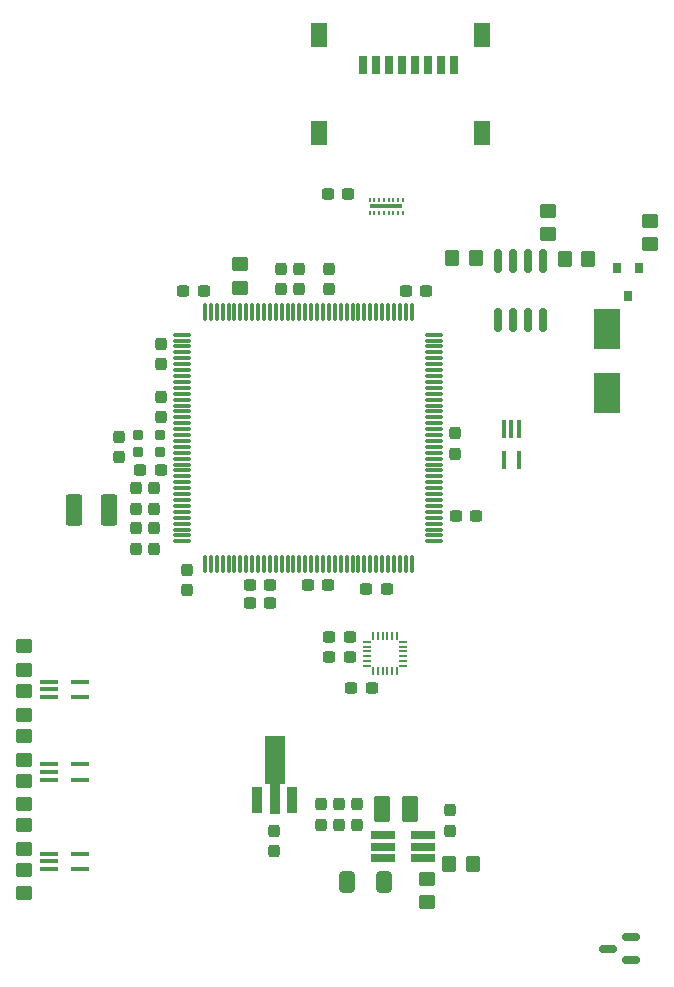
<source format=gtp>
G04 #@! TF.GenerationSoftware,KiCad,Pcbnew,(6.0.5)*
G04 #@! TF.CreationDate,2023-02-28T18:46:16-07:00*
G04 #@! TF.ProjectId,EVCU,45564355-2e6b-4696-9361-645f70636258,rev?*
G04 #@! TF.SameCoordinates,Original*
G04 #@! TF.FileFunction,Paste,Top*
G04 #@! TF.FilePolarity,Positive*
%FSLAX46Y46*%
G04 Gerber Fmt 4.6, Leading zero omitted, Abs format (unit mm)*
G04 Created by KiCad (PCBNEW (6.0.5)) date 2023-02-28 18:46:16*
%MOMM*%
%LPD*%
G01*
G04 APERTURE LIST*
G04 Aperture macros list*
%AMRoundRect*
0 Rectangle with rounded corners*
0 $1 Rounding radius*
0 $2 $3 $4 $5 $6 $7 $8 $9 X,Y pos of 4 corners*
0 Add a 4 corners polygon primitive as box body*
4,1,4,$2,$3,$4,$5,$6,$7,$8,$9,$2,$3,0*
0 Add four circle primitives for the rounded corners*
1,1,$1+$1,$2,$3*
1,1,$1+$1,$4,$5*
1,1,$1+$1,$6,$7*
1,1,$1+$1,$8,$9*
0 Add four rect primitives between the rounded corners*
20,1,$1+$1,$2,$3,$4,$5,0*
20,1,$1+$1,$4,$5,$6,$7,0*
20,1,$1+$1,$6,$7,$8,$9,0*
20,1,$1+$1,$8,$9,$2,$3,0*%
%AMFreePoly0*
4,1,14,0.266715,0.088284,0.363284,-0.008285,0.375000,-0.036569,0.375000,-0.060000,0.363284,-0.088284,0.335000,-0.100000,-0.335000,-0.100000,-0.363284,-0.088284,-0.375000,-0.060000,-0.375000,0.060000,-0.363284,0.088284,-0.335000,0.100000,0.238431,0.100000,0.266715,0.088284,0.266715,0.088284,$1*%
%AMFreePoly1*
4,1,14,0.363284,0.088284,0.375000,0.060000,0.375000,0.036569,0.363284,0.008285,0.266715,-0.088284,0.238431,-0.100000,-0.335000,-0.100000,-0.363284,-0.088284,-0.375000,-0.060000,-0.375000,0.060000,-0.363284,0.088284,-0.335000,0.100000,0.335000,0.100000,0.363284,0.088284,0.363284,0.088284,$1*%
%AMFreePoly2*
4,1,14,0.088284,0.363284,0.100000,0.335000,0.100000,-0.335000,0.088284,-0.363284,0.060000,-0.375000,-0.060000,-0.375000,-0.088284,-0.363284,-0.100000,-0.335000,-0.100000,0.238431,-0.088284,0.266715,0.008285,0.363284,0.036569,0.375000,0.060000,0.375000,0.088284,0.363284,0.088284,0.363284,$1*%
%AMFreePoly3*
4,1,14,-0.008285,0.363284,0.088284,0.266715,0.100000,0.238431,0.100000,-0.335000,0.088284,-0.363284,0.060000,-0.375000,-0.060000,-0.375000,-0.088284,-0.363284,-0.100000,-0.335000,-0.100000,0.335000,-0.088284,0.363284,-0.060000,0.375000,-0.036569,0.375000,-0.008285,0.363284,-0.008285,0.363284,$1*%
%AMFreePoly4*
4,1,14,0.363284,0.088284,0.375000,0.060000,0.375000,-0.060000,0.363284,-0.088284,0.335000,-0.100000,-0.238431,-0.100000,-0.266715,-0.088284,-0.363284,0.008285,-0.375000,0.036569,-0.375000,0.060000,-0.363284,0.088284,-0.335000,0.100000,0.335000,0.100000,0.363284,0.088284,0.363284,0.088284,$1*%
%AMFreePoly5*
4,1,14,0.363284,0.088284,0.375000,0.060000,0.375000,-0.060000,0.363284,-0.088284,0.335000,-0.100000,-0.335000,-0.100000,-0.363284,-0.088284,-0.375000,-0.060000,-0.375000,-0.036569,-0.363284,-0.008285,-0.266715,0.088284,-0.238431,0.100000,0.335000,0.100000,0.363284,0.088284,0.363284,0.088284,$1*%
%AMFreePoly6*
4,1,14,0.088284,0.363284,0.100000,0.335000,0.100000,-0.238431,0.088284,-0.266715,-0.008285,-0.363284,-0.036569,-0.375000,-0.060000,-0.375000,-0.088284,-0.363284,-0.100000,-0.335000,-0.100000,0.335000,-0.088284,0.363284,-0.060000,0.375000,0.060000,0.375000,0.088284,0.363284,0.088284,0.363284,$1*%
%AMFreePoly7*
4,1,14,0.088284,0.363284,0.100000,0.335000,0.100000,-0.335000,0.088284,-0.363284,0.060000,-0.375000,0.036569,-0.375000,0.008285,-0.363284,-0.088284,-0.266715,-0.100000,-0.238431,-0.100000,0.335000,-0.088284,0.363284,-0.060000,0.375000,0.060000,0.375000,0.088284,0.363284,0.088284,0.363284,$1*%
%AMFreePoly8*
4,1,9,5.362500,-0.866500,1.237500,-0.866500,1.237500,-0.450000,-1.237500,-0.450000,-1.237500,0.450000,1.237500,0.450000,1.237500,0.866500,5.362500,0.866500,5.362500,-0.866500,5.362500,-0.866500,$1*%
G04 Aperture macros list end*
%ADD10RoundRect,0.237500X0.237500X-0.300000X0.237500X0.300000X-0.237500X0.300000X-0.237500X-0.300000X0*%
%ADD11R,0.400000X1.500000*%
%ADD12FreePoly0,270.000000*%
%ADD13RoundRect,0.050000X-0.050000X0.325000X-0.050000X-0.325000X0.050000X-0.325000X0.050000X0.325000X0*%
%ADD14FreePoly1,270.000000*%
%ADD15FreePoly2,270.000000*%
%ADD16RoundRect,0.050000X-0.325000X0.050000X-0.325000X-0.050000X0.325000X-0.050000X0.325000X0.050000X0*%
%ADD17FreePoly3,270.000000*%
%ADD18FreePoly4,270.000000*%
%ADD19FreePoly5,270.000000*%
%ADD20FreePoly6,270.000000*%
%ADD21FreePoly7,270.000000*%
%ADD22RoundRect,0.250001X0.462499X0.849999X-0.462499X0.849999X-0.462499X-0.849999X0.462499X-0.849999X0*%
%ADD23RoundRect,0.237500X0.300000X0.237500X-0.300000X0.237500X-0.300000X-0.237500X0.300000X-0.237500X0*%
%ADD24R,0.900000X2.300000*%
%ADD25FreePoly8,90.000000*%
%ADD26RoundRect,0.237500X-0.237500X0.300000X-0.237500X-0.300000X0.237500X-0.300000X0.237500X0.300000X0*%
%ADD27RoundRect,0.250001X-0.462499X-1.074999X0.462499X-1.074999X0.462499X1.074999X-0.462499X1.074999X0*%
%ADD28RoundRect,0.250000X-0.450000X0.350000X-0.450000X-0.350000X0.450000X-0.350000X0.450000X0.350000X0*%
%ADD29R,1.500000X0.400000*%
%ADD30RoundRect,0.250000X0.350000X0.450000X-0.350000X0.450000X-0.350000X-0.450000X0.350000X-0.450000X0*%
%ADD31RoundRect,0.250000X0.412500X0.650000X-0.412500X0.650000X-0.412500X-0.650000X0.412500X-0.650000X0*%
%ADD32R,2.000000X0.650000*%
%ADD33RoundRect,0.250000X-0.350000X-0.450000X0.350000X-0.450000X0.350000X0.450000X-0.350000X0.450000X0*%
%ADD34RoundRect,0.075000X-0.662500X-0.075000X0.662500X-0.075000X0.662500X0.075000X-0.662500X0.075000X0*%
%ADD35RoundRect,0.075000X-0.075000X-0.662500X0.075000X-0.662500X0.075000X0.662500X-0.075000X0.662500X0*%
%ADD36RoundRect,0.237500X-0.300000X-0.237500X0.300000X-0.237500X0.300000X0.237500X-0.300000X0.237500X0*%
%ADD37RoundRect,0.150000X0.587500X0.150000X-0.587500X0.150000X-0.587500X-0.150000X0.587500X-0.150000X0*%
%ADD38R,2.300000X3.500000*%
%ADD39RoundRect,0.150000X0.150000X-0.825000X0.150000X0.825000X-0.150000X0.825000X-0.150000X-0.825000X0*%
%ADD40R,0.800000X1.500000*%
%ADD41R,1.450000X2.000000*%
%ADD42RoundRect,0.250000X0.450000X-0.350000X0.450000X0.350000X-0.450000X0.350000X-0.450000X-0.350000X0*%
%ADD43RoundRect,0.200000X0.250000X-0.200000X0.250000X0.200000X-0.250000X0.200000X-0.250000X-0.200000X0*%
%ADD44R,0.800000X0.900000*%
%ADD45R,0.200000X0.450000*%
%ADD46R,2.800000X0.300000*%
G04 APERTURE END LIST*
D10*
X130105200Y-111915100D03*
X130105200Y-110190100D03*
D11*
X135955800Y-77867200D03*
X135305800Y-77867200D03*
X134655800Y-77867200D03*
X134655800Y-80527200D03*
X135955800Y-80527200D03*
D10*
X119846400Y-66080500D03*
X119846400Y-64355500D03*
D12*
X125621600Y-95417200D03*
D13*
X125221600Y-95417200D03*
X124821600Y-95417200D03*
X124421600Y-95417200D03*
X124021600Y-95417200D03*
D14*
X123621600Y-95417200D03*
D15*
X123121600Y-95917200D03*
D16*
X123121600Y-96317200D03*
X123121600Y-96717200D03*
X123121600Y-97117200D03*
X123121600Y-97517200D03*
D17*
X123121600Y-97917200D03*
D18*
X123621600Y-98417200D03*
D13*
X124021600Y-98417200D03*
X124421600Y-98417200D03*
X124821600Y-98417200D03*
X125221600Y-98417200D03*
D19*
X125621600Y-98417200D03*
D20*
X126121600Y-97917200D03*
D16*
X126121600Y-97517200D03*
X126121600Y-97117200D03*
X126121600Y-96717200D03*
X126121600Y-96317200D03*
D21*
X126121600Y-95917200D03*
D22*
X126695700Y-110036600D03*
X124370700Y-110036600D03*
D23*
X123502900Y-99838200D03*
X121777900Y-99838200D03*
D24*
X113765200Y-109312600D03*
D25*
X115265200Y-109225100D03*
D24*
X116765200Y-109312600D03*
D26*
X115243008Y-111910156D03*
X115243008Y-113635156D03*
D27*
X98292900Y-84725200D03*
X101267900Y-84725200D03*
D10*
X130556000Y-79983500D03*
X130556000Y-78258500D03*
D23*
X109278900Y-66183200D03*
X107553900Y-66183200D03*
D28*
X94081600Y-107661200D03*
X94081600Y-109661200D03*
D29*
X96155200Y-99273600D03*
X96155200Y-99923600D03*
X96155200Y-100573600D03*
X98815200Y-100573600D03*
X98815200Y-99273600D03*
D10*
X117306400Y-66080500D03*
X117306400Y-64355500D03*
D30*
X132064000Y-114681000D03*
X130064000Y-114681000D03*
D31*
X124555700Y-116205000D03*
X121430700Y-116205000D03*
D28*
X94081600Y-103902000D03*
X94081600Y-105902000D03*
D30*
X132321731Y-63414600D03*
X130321731Y-63414600D03*
D32*
X124409200Y-112308600D03*
X124409200Y-113258600D03*
X124409200Y-114208600D03*
X127829200Y-114208600D03*
X127829200Y-113258600D03*
X127829200Y-112308600D03*
D28*
X94081600Y-96282000D03*
X94081600Y-98282000D03*
D23*
X124772900Y-91465400D03*
X123047900Y-91465400D03*
D33*
X139846731Y-63465400D03*
X141846731Y-63465400D03*
D29*
X96155200Y-106284000D03*
X96155200Y-106934000D03*
X96155200Y-107584000D03*
X98815200Y-107584000D03*
X98815200Y-106284000D03*
D23*
X114892300Y-91100600D03*
X113167300Y-91100600D03*
X114892300Y-92633800D03*
X113167300Y-92633800D03*
X119819900Y-91108700D03*
X118094900Y-91108700D03*
D34*
X107456700Y-69904600D03*
X107456700Y-70404600D03*
X107456700Y-70904600D03*
X107456700Y-71404600D03*
X107456700Y-71904600D03*
X107456700Y-72404600D03*
X107456700Y-72904600D03*
X107456700Y-73404600D03*
X107456700Y-73904600D03*
X107456700Y-74404600D03*
X107456700Y-74904600D03*
X107456700Y-75404600D03*
X107456700Y-75904600D03*
X107456700Y-76404600D03*
X107456700Y-76904600D03*
X107456700Y-77404600D03*
X107456700Y-77904600D03*
X107456700Y-78404600D03*
X107456700Y-78904600D03*
X107456700Y-79404600D03*
X107456700Y-79904600D03*
X107456700Y-80404600D03*
X107456700Y-80904600D03*
X107456700Y-81404600D03*
X107456700Y-81904600D03*
X107456700Y-82404600D03*
X107456700Y-82904600D03*
X107456700Y-83404600D03*
X107456700Y-83904600D03*
X107456700Y-84404600D03*
X107456700Y-84904600D03*
X107456700Y-85404600D03*
X107456700Y-85904600D03*
X107456700Y-86404600D03*
X107456700Y-86904600D03*
X107456700Y-87404600D03*
D35*
X109369200Y-89317100D03*
X109869200Y-89317100D03*
X110369200Y-89317100D03*
X110869200Y-89317100D03*
X111369200Y-89317100D03*
X111869200Y-89317100D03*
X112369200Y-89317100D03*
X112869200Y-89317100D03*
X113369200Y-89317100D03*
X113869200Y-89317100D03*
X114369200Y-89317100D03*
X114869200Y-89317100D03*
X115369200Y-89317100D03*
X115869200Y-89317100D03*
X116369200Y-89317100D03*
X116869200Y-89317100D03*
X117369200Y-89317100D03*
X117869200Y-89317100D03*
X118369200Y-89317100D03*
X118869200Y-89317100D03*
X119369200Y-89317100D03*
X119869200Y-89317100D03*
X120369200Y-89317100D03*
X120869200Y-89317100D03*
X121369200Y-89317100D03*
X121869200Y-89317100D03*
X122369200Y-89317100D03*
X122869200Y-89317100D03*
X123369200Y-89317100D03*
X123869200Y-89317100D03*
X124369200Y-89317100D03*
X124869200Y-89317100D03*
X125369200Y-89317100D03*
X125869200Y-89317100D03*
X126369200Y-89317100D03*
X126869200Y-89317100D03*
D34*
X128781700Y-87404600D03*
X128781700Y-86904600D03*
X128781700Y-86404600D03*
X128781700Y-85904600D03*
X128781700Y-85404600D03*
X128781700Y-84904600D03*
X128781700Y-84404600D03*
X128781700Y-83904600D03*
X128781700Y-83404600D03*
X128781700Y-82904600D03*
X128781700Y-82404600D03*
X128781700Y-81904600D03*
X128781700Y-81404600D03*
X128781700Y-80904600D03*
X128781700Y-80404600D03*
X128781700Y-79904600D03*
X128781700Y-79404600D03*
X128781700Y-78904600D03*
X128781700Y-78404600D03*
X128781700Y-77904600D03*
X128781700Y-77404600D03*
X128781700Y-76904600D03*
X128781700Y-76404600D03*
X128781700Y-75904600D03*
X128781700Y-75404600D03*
X128781700Y-74904600D03*
X128781700Y-74404600D03*
X128781700Y-73904600D03*
X128781700Y-73404600D03*
X128781700Y-72904600D03*
X128781700Y-72404600D03*
X128781700Y-71904600D03*
X128781700Y-71404600D03*
X128781700Y-70904600D03*
X128781700Y-70404600D03*
X128781700Y-69904600D03*
D35*
X126869200Y-67992100D03*
X126369200Y-67992100D03*
X125869200Y-67992100D03*
X125369200Y-67992100D03*
X124869200Y-67992100D03*
X124369200Y-67992100D03*
X123869200Y-67992100D03*
X123369200Y-67992100D03*
X122869200Y-67992100D03*
X122369200Y-67992100D03*
X121869200Y-67992100D03*
X121369200Y-67992100D03*
X120869200Y-67992100D03*
X120369200Y-67992100D03*
X119869200Y-67992100D03*
X119369200Y-67992100D03*
X118869200Y-67992100D03*
X118369200Y-67992100D03*
X117869200Y-67992100D03*
X117369200Y-67992100D03*
X116869200Y-67992100D03*
X116369200Y-67992100D03*
X115869200Y-67992100D03*
X115369200Y-67992100D03*
X114869200Y-67992100D03*
X114369200Y-67992100D03*
X113869200Y-67992100D03*
X113369200Y-67992100D03*
X112869200Y-67992100D03*
X112369200Y-67992100D03*
X111869200Y-67992100D03*
X111369200Y-67992100D03*
X110869200Y-67992100D03*
X110369200Y-67992100D03*
X109869200Y-67992100D03*
X109369200Y-67992100D03*
D10*
X115782400Y-66080500D03*
X115782400Y-64355500D03*
D36*
X130607900Y-85242400D03*
X132332900Y-85242400D03*
D37*
X145412700Y-122844600D03*
X145412700Y-120944600D03*
X143537700Y-121894600D03*
D23*
X121614100Y-95469400D03*
X119889100Y-95469400D03*
D28*
X94081600Y-100092000D03*
X94081600Y-102092000D03*
D29*
X96155200Y-113853200D03*
X96155200Y-114503200D03*
X96155200Y-115153200D03*
X98815200Y-115153200D03*
X98815200Y-113853200D03*
D28*
X147066000Y-60264800D03*
X147066000Y-62264800D03*
D36*
X119787500Y-58013600D03*
X121512500Y-58013600D03*
D26*
X119176800Y-109674956D03*
X119176800Y-111399956D03*
X120700800Y-109678300D03*
X120700800Y-111403300D03*
D38*
X143383000Y-74836000D03*
X143383000Y-69436000D03*
D26*
X105054400Y-86310300D03*
X105054400Y-88035300D03*
D10*
X105622400Y-76910100D03*
X105622400Y-75185100D03*
D23*
X105612100Y-81330800D03*
X103887100Y-81330800D03*
D10*
X105054400Y-84631700D03*
X105054400Y-82906700D03*
D39*
X134166531Y-68658200D03*
X135436531Y-68658200D03*
X136706531Y-68658200D03*
X137976531Y-68658200D03*
X137976531Y-63708200D03*
X136706531Y-63708200D03*
X135436531Y-63708200D03*
X134166531Y-63708200D03*
D40*
X122742400Y-47107200D03*
X123842400Y-47107200D03*
X124942400Y-47107200D03*
X126042400Y-47107200D03*
X127142400Y-47107200D03*
X128242400Y-47107200D03*
X129342400Y-47107200D03*
X130442400Y-47107200D03*
D41*
X132817400Y-44507200D03*
X119067400Y-44507200D03*
X119067400Y-52807200D03*
X132817400Y-52807200D03*
D23*
X121614100Y-97231200D03*
X119889100Y-97231200D03*
D10*
X105622400Y-72379700D03*
X105622400Y-70654700D03*
D42*
X94081600Y-117205000D03*
X94081600Y-115205000D03*
X112378800Y-65938600D03*
X112378800Y-63938600D03*
D26*
X103530400Y-86310300D03*
X103530400Y-88035300D03*
X107823000Y-89815500D03*
X107823000Y-91540500D03*
D10*
X103530400Y-84631700D03*
X103530400Y-82906700D03*
D43*
X103681400Y-79862200D03*
X105531400Y-79862200D03*
X105531400Y-78412200D03*
X103681400Y-78412200D03*
D44*
X146165531Y-64221200D03*
X144265531Y-64221200D03*
X145215531Y-66621200D03*
D26*
X102057200Y-78528700D03*
X102057200Y-80253700D03*
D28*
X128143000Y-115967000D03*
X128143000Y-117967000D03*
D45*
X123322400Y-59616200D03*
X123722400Y-59616200D03*
X124122400Y-59616200D03*
X124522400Y-59616200D03*
X124922400Y-59616200D03*
X125322400Y-59616200D03*
X125722400Y-59616200D03*
X126122400Y-59616200D03*
X126122400Y-58465200D03*
X125722400Y-58465200D03*
X125322400Y-58465200D03*
X124922400Y-58465200D03*
X124522400Y-58465200D03*
X124122400Y-58465200D03*
X123722400Y-58465200D03*
X123322400Y-58465200D03*
D46*
X124722400Y-59041200D03*
D42*
X94081600Y-113420400D03*
X94081600Y-111420400D03*
D36*
X126391500Y-66167000D03*
X128116500Y-66167000D03*
D26*
X122231200Y-109682100D03*
X122231200Y-111407100D03*
D28*
X138382931Y-59417400D03*
X138382931Y-61417400D03*
M02*

</source>
